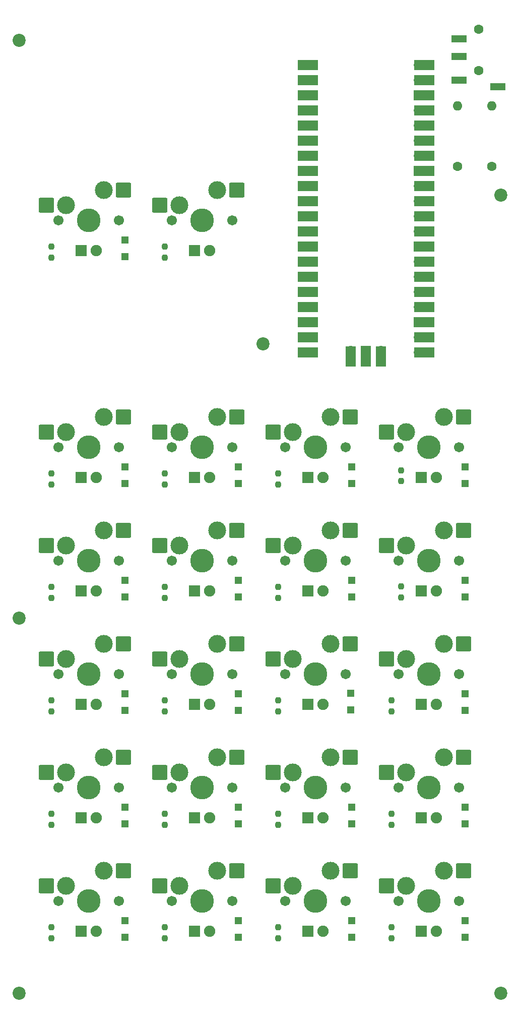
<source format=gbs>
%TF.GenerationSoftware,KiCad,Pcbnew,8.0.3*%
%TF.CreationDate,2024-07-24T12:49:44+02:00*%
%TF.ProjectId,programmable,70726f67-7261-46d6-9d61-626c652e6b69,rev?*%
%TF.SameCoordinates,Original*%
%TF.FileFunction,Soldermask,Bot*%
%TF.FilePolarity,Negative*%
%FSLAX46Y46*%
G04 Gerber Fmt 4.6, Leading zero omitted, Abs format (unit mm)*
G04 Created by KiCad (PCBNEW 8.0.3) date 2024-07-24 12:49:44*
%MOMM*%
%LPD*%
G01*
G04 APERTURE LIST*
G04 Aperture macros list*
%AMRoundRect*
0 Rectangle with rounded corners*
0 $1 Rounding radius*
0 $2 $3 $4 $5 $6 $7 $8 $9 X,Y pos of 4 corners*
0 Add a 4 corners polygon primitive as box body*
4,1,4,$2,$3,$4,$5,$6,$7,$8,$9,$2,$3,0*
0 Add four circle primitives for the rounded corners*
1,1,$1+$1,$2,$3*
1,1,$1+$1,$4,$5*
1,1,$1+$1,$6,$7*
1,1,$1+$1,$8,$9*
0 Add four rect primitives between the rounded corners*
20,1,$1+$1,$2,$3,$4,$5,0*
20,1,$1+$1,$4,$5,$6,$7,0*
20,1,$1+$1,$6,$7,$8,$9,0*
20,1,$1+$1,$8,$9,$2,$3,0*%
G04 Aperture macros list end*
%ADD10C,2.200000*%
%ADD11R,1.905000X1.905000*%
%ADD12C,1.905000*%
%ADD13C,1.701800*%
%ADD14C,3.000000*%
%ADD15C,3.987800*%
%ADD16RoundRect,0.200000X-1.075000X-1.050000X1.075000X-1.050000X1.075000X1.050000X-1.075000X1.050000X0*%
%ADD17R,1.200000X1.200000*%
%ADD18RoundRect,0.237500X-0.237500X0.250000X-0.237500X-0.250000X0.237500X-0.250000X0.237500X0.250000X0*%
%ADD19C,1.600000*%
%ADD20O,1.600000X1.600000*%
%ADD21R,2.500000X1.200000*%
%ADD22O,1.700000X1.700000*%
%ADD23R,3.500000X1.700000*%
%ADD24R,1.700000X1.700000*%
%ADD25R,1.700000X3.500000*%
G04 APERTURE END LIST*
D10*
%TO.C,REF\u002A\u002A*%
X88327500Y-85254600D03*
%TD*%
%TO.C,REF\u002A\u002A*%
X47327500Y-131254600D03*
%TD*%
%TO.C,REF\u002A\u002A*%
X128327500Y-194254600D03*
%TD*%
%TO.C,REF\u002A\u002A*%
X47327500Y-194254600D03*
%TD*%
%TO.C,REF\u002A\u002A*%
X128327500Y-60254600D03*
%TD*%
%TO.C,REF\u002A\u002A*%
X47327500Y-34254600D03*
%TD*%
D11*
%TO.C,LED20*%
X95882500Y-164809600D03*
D12*
X98422500Y-164809600D03*
%TD*%
D13*
%TO.C,S16*%
X111122500Y-140679600D03*
D14*
X112392500Y-138139600D03*
D15*
X116202500Y-140679600D03*
D14*
X118742500Y-135599600D03*
D13*
X121282500Y-140679600D03*
D16*
X109117500Y-138139600D03*
X122044500Y-135599600D03*
%TD*%
D11*
%TO.C,LED1*%
X57782500Y-183859600D03*
D12*
X60322500Y-183859600D03*
%TD*%
D11*
%TO.C,LED22*%
X76832500Y-69559600D03*
D12*
X79372500Y-69559600D03*
%TD*%
D13*
%TO.C,S6*%
X111122500Y-102579600D03*
D14*
X112392500Y-100039600D03*
D15*
X116202500Y-102579600D03*
D14*
X118742500Y-97499600D03*
D13*
X121282500Y-102579600D03*
D16*
X109117500Y-100039600D03*
X122044500Y-97499600D03*
%TD*%
D11*
%TO.C,LED18*%
X57782500Y-164809600D03*
D12*
X60322500Y-164809600D03*
%TD*%
D13*
%TO.C,S22*%
X111122500Y-178779600D03*
D14*
X112392500Y-176239600D03*
D15*
X116202500Y-178779600D03*
D14*
X118742500Y-173699600D03*
D13*
X121282500Y-178779600D03*
D16*
X109117500Y-176239600D03*
X122044500Y-173699600D03*
%TD*%
D11*
%TO.C,LED13*%
X57782500Y-145759600D03*
D12*
X60322500Y-145759600D03*
%TD*%
D11*
%TO.C,LED21*%
X114932500Y-164809600D03*
D12*
X117472500Y-164809600D03*
%TD*%
D13*
%TO.C,S18*%
X53972500Y-159729600D03*
D14*
X55242500Y-157189600D03*
D15*
X59052500Y-159729600D03*
D14*
X61592500Y-154649600D03*
D13*
X64132500Y-159729600D03*
D16*
X51967500Y-157189600D03*
X64894500Y-154649600D03*
%TD*%
D11*
%TO.C,LED16*%
X114932500Y-145759600D03*
D12*
X117472500Y-145759600D03*
%TD*%
D13*
%TO.C,S17*%
X92072500Y-178779600D03*
D14*
X93342500Y-176239600D03*
D15*
X97152500Y-178779600D03*
D14*
X99692500Y-173699600D03*
D13*
X102232500Y-178779600D03*
D16*
X90067500Y-176239600D03*
X102994500Y-173699600D03*
%TD*%
D11*
%TO.C,LED5*%
X95882500Y-107659600D03*
D12*
X98422500Y-107659600D03*
%TD*%
D13*
%TO.C,S19*%
X73022500Y-159729600D03*
D14*
X74292500Y-157189600D03*
D15*
X78102500Y-159729600D03*
D14*
X80642500Y-154649600D03*
D13*
X83182500Y-159729600D03*
D16*
X71017500Y-157189600D03*
X83944500Y-154649600D03*
%TD*%
D13*
%TO.C,S4*%
X73022500Y-102579600D03*
D14*
X74292500Y-100039600D03*
D15*
X78102500Y-102579600D03*
D14*
X80642500Y-97499600D03*
D13*
X83182500Y-102579600D03*
D16*
X71017500Y-100039600D03*
X83944500Y-97499600D03*
%TD*%
D13*
%TO.C,S21*%
X111122500Y-159729600D03*
D14*
X112392500Y-157189600D03*
D15*
X116202500Y-159729600D03*
D14*
X118742500Y-154649600D03*
D13*
X121282500Y-159729600D03*
D16*
X109117500Y-157189600D03*
X122044500Y-154649600D03*
%TD*%
D13*
%TO.C,S14*%
X73022500Y-140679600D03*
D14*
X74292500Y-138139600D03*
D15*
X78102500Y-140679600D03*
D14*
X80642500Y-135599600D03*
D13*
X83182500Y-140679600D03*
D16*
X71017500Y-138139600D03*
X83944500Y-135599600D03*
%TD*%
D11*
%TO.C,LED11*%
X114932500Y-126709600D03*
D12*
X117472500Y-126709600D03*
%TD*%
D13*
%TO.C,S9*%
X73022500Y-121629600D03*
D14*
X74292500Y-119089600D03*
D15*
X78102500Y-121629600D03*
D14*
X80642500Y-116549600D03*
D13*
X83182500Y-121629600D03*
D16*
X71017500Y-119089600D03*
X83944500Y-116549600D03*
%TD*%
D11*
%TO.C,LED12*%
X95882500Y-183859600D03*
D12*
X98422500Y-183859600D03*
%TD*%
D13*
%TO.C,S3*%
X53972500Y-102579600D03*
D14*
X55242500Y-100039600D03*
D15*
X59052500Y-102579600D03*
D14*
X61592500Y-97499600D03*
D13*
X64132500Y-102579600D03*
D16*
X51967500Y-100039600D03*
X64894500Y-97499600D03*
%TD*%
D11*
%TO.C,LED19*%
X76832500Y-164809600D03*
D12*
X79372500Y-164809600D03*
%TD*%
D11*
%TO.C,LED2*%
X57782500Y-69559600D03*
D12*
X60322500Y-69559600D03*
%TD*%
D11*
%TO.C,LED10*%
X95882500Y-126709600D03*
D12*
X98422500Y-126709600D03*
%TD*%
D11*
%TO.C,LED8*%
X57782500Y-126709600D03*
D12*
X60322500Y-126709600D03*
%TD*%
D13*
%TO.C,S1*%
X53972500Y-64479600D03*
D14*
X55242500Y-61939600D03*
D15*
X59052500Y-64479600D03*
D14*
X61592500Y-59399600D03*
D13*
X64132500Y-64479600D03*
D16*
X51967500Y-61939600D03*
X64894500Y-59399600D03*
%TD*%
D11*
%TO.C,LED3*%
X114932500Y-107659600D03*
D12*
X117472500Y-107659600D03*
%TD*%
D13*
%TO.C,S8*%
X53972500Y-121629600D03*
D14*
X55242500Y-119089600D03*
D15*
X59052500Y-121629600D03*
D14*
X61592500Y-116549600D03*
D13*
X64132500Y-121629600D03*
D16*
X51967500Y-119089600D03*
X64894500Y-116549600D03*
%TD*%
D11*
%TO.C,LED9*%
X76832500Y-126709600D03*
D12*
X79372500Y-126709600D03*
%TD*%
D11*
%TO.C,LED6*%
X76832500Y-107659600D03*
D12*
X79372500Y-107659600D03*
%TD*%
D13*
%TO.C,S5*%
X92072500Y-102579600D03*
D14*
X93342500Y-100039600D03*
D15*
X97152500Y-102579600D03*
D14*
X99692500Y-97499600D03*
D13*
X102232500Y-102579600D03*
D16*
X90067500Y-100039600D03*
X102994500Y-97499600D03*
%TD*%
D13*
%TO.C,S11*%
X111122500Y-121629600D03*
D14*
X112392500Y-119089600D03*
D15*
X116202500Y-121629600D03*
D14*
X118742500Y-116549600D03*
D13*
X121282500Y-121629600D03*
D16*
X109117500Y-119089600D03*
X122044500Y-116549600D03*
%TD*%
D11*
%TO.C,LED15*%
X95882500Y-145759600D03*
D12*
X98422500Y-145759600D03*
%TD*%
D13*
%TO.C,S15*%
X92072500Y-140679600D03*
D14*
X93342500Y-138139600D03*
D15*
X97152500Y-140679600D03*
D14*
X99692500Y-135599600D03*
D13*
X102232500Y-140679600D03*
D16*
X90067500Y-138139600D03*
X102994500Y-135599600D03*
%TD*%
D11*
%TO.C,LED14*%
X76832500Y-145759600D03*
D12*
X79372500Y-145759600D03*
%TD*%
D13*
%TO.C,S2*%
X73022500Y-64479600D03*
D14*
X74292500Y-61939600D03*
D15*
X78102500Y-64479600D03*
D14*
X80642500Y-59399600D03*
D13*
X83182500Y-64479600D03*
D16*
X71017500Y-61939600D03*
X83944500Y-59399600D03*
%TD*%
D13*
%TO.C,S10*%
X92072500Y-121629600D03*
D14*
X93342500Y-119089600D03*
D15*
X97152500Y-121629600D03*
D14*
X99692500Y-116549600D03*
D13*
X102232500Y-121629600D03*
D16*
X90067500Y-119089600D03*
X102994500Y-116549600D03*
%TD*%
D13*
%TO.C,S13*%
X53972500Y-140679600D03*
D14*
X55242500Y-138139600D03*
D15*
X59052500Y-140679600D03*
D14*
X61592500Y-135599600D03*
D13*
X64132500Y-140679600D03*
D16*
X51967500Y-138139600D03*
X64894500Y-135599600D03*
%TD*%
D13*
%TO.C,S12*%
X73022500Y-178779600D03*
D14*
X74292500Y-176239600D03*
D15*
X78102500Y-178779600D03*
D14*
X80642500Y-173699600D03*
D13*
X83182500Y-178779600D03*
D16*
X71017500Y-176239600D03*
X83944500Y-173699600D03*
%TD*%
D11*
%TO.C,LED7*%
X57782500Y-107659600D03*
D12*
X60322500Y-107659600D03*
%TD*%
D13*
%TO.C,S7*%
X53972500Y-178779600D03*
D14*
X55242500Y-176239600D03*
D15*
X59052500Y-178779600D03*
D14*
X61592500Y-173699600D03*
D13*
X64132500Y-178779600D03*
D16*
X51967500Y-176239600D03*
X64894500Y-173699600D03*
%TD*%
D11*
%TO.C,LED17*%
X114932500Y-183859600D03*
D12*
X117472500Y-183859600D03*
%TD*%
D11*
%TO.C,LED4*%
X76832500Y-183859600D03*
D12*
X79372500Y-183859600D03*
%TD*%
D13*
%TO.C,S20*%
X92072500Y-159729600D03*
D14*
X93342500Y-157189600D03*
D15*
X97152500Y-159729600D03*
D14*
X99692500Y-154649600D03*
D13*
X102232500Y-159729600D03*
D16*
X90067500Y-157189600D03*
X102994500Y-154649600D03*
%TD*%
D17*
%TO.C,D21*%
X122252500Y-165869600D03*
X122252500Y-163069600D03*
%TD*%
D18*
%TO.C,R5*%
X90882500Y-107017100D03*
X90882500Y-108842100D03*
%TD*%
%TO.C,R13*%
X52782500Y-145117100D03*
X52782500Y-146942100D03*
%TD*%
D17*
%TO.C,D19*%
X84152500Y-165869600D03*
X84152500Y-163069600D03*
%TD*%
%TO.C,D3*%
X65102500Y-108719600D03*
X65102500Y-105919600D03*
%TD*%
%TO.C,D16*%
X122252500Y-146819600D03*
X122252500Y-144019600D03*
%TD*%
%TO.C,D6*%
X122252500Y-108719600D03*
X122252500Y-105919600D03*
%TD*%
D18*
%TO.C,R22*%
X71832500Y-68917100D03*
X71832500Y-70742100D03*
%TD*%
%TO.C,R11*%
X111552500Y-125954600D03*
X111552500Y-127779600D03*
%TD*%
%TO.C,R15*%
X90882500Y-145117100D03*
X90882500Y-146942100D03*
%TD*%
D17*
%TO.C,D12*%
X103202500Y-184919600D03*
X103202500Y-182119600D03*
%TD*%
%TO.C,D11*%
X122252500Y-127769600D03*
X122252500Y-124969600D03*
%TD*%
D19*
%TO.C,R23*%
X121017500Y-55444600D03*
D20*
X121017500Y-45284600D03*
%TD*%
D17*
%TO.C,D14*%
X84152500Y-146819600D03*
X84152500Y-144019600D03*
%TD*%
D19*
%TO.C,J1*%
X124547500Y-32374600D03*
X124547500Y-39374600D03*
D21*
X121297500Y-36974600D03*
X121297500Y-40974600D03*
X121297500Y-33974600D03*
X127797500Y-42074600D03*
%TD*%
D18*
%TO.C,R20*%
X90882500Y-164167100D03*
X90882500Y-165992100D03*
%TD*%
D17*
%TO.C,D13*%
X65102500Y-146819600D03*
X65102500Y-144019600D03*
%TD*%
D18*
%TO.C,R19*%
X71832500Y-164167100D03*
X71832500Y-165992100D03*
%TD*%
%TO.C,R3*%
X111552500Y-106454600D03*
X111552500Y-108279600D03*
%TD*%
%TO.C,R2*%
X52782500Y-68917100D03*
X52782500Y-70742100D03*
%TD*%
D17*
%TO.C,D10*%
X103202500Y-127769600D03*
X103202500Y-124969600D03*
%TD*%
D18*
%TO.C,R18*%
X52782500Y-164167100D03*
X52782500Y-165992100D03*
%TD*%
%TO.C,R8*%
X52782500Y-126067100D03*
X52782500Y-127892100D03*
%TD*%
%TO.C,R6*%
X71832500Y-107017100D03*
X71832500Y-108842100D03*
%TD*%
D17*
%TO.C,D20*%
X103202500Y-165869600D03*
X103202500Y-163069600D03*
%TD*%
%TO.C,D15*%
X103052500Y-146679600D03*
X103052500Y-143879600D03*
%TD*%
D18*
%TO.C,R9*%
X71832500Y-126067100D03*
X71832500Y-127892100D03*
%TD*%
%TO.C,R1*%
X52782500Y-183217100D03*
X52782500Y-185042100D03*
%TD*%
%TO.C,R17*%
X109932500Y-183217100D03*
X109932500Y-185042100D03*
%TD*%
D17*
%TO.C,D9*%
X84152500Y-127769600D03*
X84152500Y-124969600D03*
%TD*%
%TO.C,D7*%
X84152500Y-184919600D03*
X84152500Y-182119600D03*
%TD*%
D18*
%TO.C,R4*%
X71832500Y-183217100D03*
X71832500Y-185042100D03*
%TD*%
D17*
%TO.C,D2*%
X65102500Y-184919600D03*
X65102500Y-182119600D03*
%TD*%
%TO.C,D5*%
X103202500Y-108719600D03*
X103202500Y-105919600D03*
%TD*%
D18*
%TO.C,R21*%
X109932500Y-164167100D03*
X109932500Y-165992100D03*
%TD*%
%TO.C,R16*%
X109932500Y-145117100D03*
X109932500Y-146942100D03*
%TD*%
D17*
%TO.C,D17*%
X122252500Y-184919600D03*
X122252500Y-182119600D03*
%TD*%
D18*
%TO.C,R14*%
X71832500Y-145117100D03*
X71832500Y-146942100D03*
%TD*%
D17*
%TO.C,D1*%
X65102500Y-70619600D03*
X65102500Y-67819600D03*
%TD*%
D18*
%TO.C,R7*%
X52782500Y-107017100D03*
X52782500Y-108842100D03*
%TD*%
D17*
%TO.C,D4*%
X84152500Y-108719600D03*
X84152500Y-105919600D03*
%TD*%
%TO.C,D8*%
X65102500Y-127769600D03*
X65102500Y-124969600D03*
%TD*%
D22*
%TO.C,U1*%
X114517500Y-38424600D03*
D23*
X115417500Y-38424600D03*
D22*
X114517500Y-40964600D03*
D23*
X115417500Y-40964600D03*
D24*
X114517500Y-43504600D03*
D23*
X115417500Y-43504600D03*
D22*
X114517500Y-46044600D03*
D23*
X115417500Y-46044600D03*
D22*
X114517500Y-48584600D03*
D23*
X115417500Y-48584600D03*
D22*
X114517500Y-51124600D03*
D23*
X115417500Y-51124600D03*
D22*
X114517500Y-53664600D03*
D23*
X115417500Y-53664600D03*
D24*
X114517500Y-56204600D03*
D23*
X115417500Y-56204600D03*
D22*
X114517500Y-58744600D03*
D23*
X115417500Y-58744600D03*
D22*
X114517500Y-61284600D03*
D23*
X115417500Y-61284600D03*
D22*
X114517500Y-63824600D03*
D23*
X115417500Y-63824600D03*
D22*
X114517500Y-66364600D03*
D23*
X115417500Y-66364600D03*
D24*
X114517500Y-68904600D03*
D23*
X115417500Y-68904600D03*
D22*
X114517500Y-71444600D03*
D23*
X115417500Y-71444600D03*
D22*
X114517500Y-73984600D03*
D23*
X115417500Y-73984600D03*
D22*
X114517500Y-76524600D03*
D23*
X115417500Y-76524600D03*
D22*
X114517500Y-79064600D03*
D23*
X115417500Y-79064600D03*
D24*
X114517500Y-81604600D03*
D23*
X115417500Y-81604600D03*
D22*
X114517500Y-84144600D03*
D23*
X115417500Y-84144600D03*
D22*
X114517500Y-86684600D03*
D23*
X115417500Y-86684600D03*
D22*
X96737500Y-86684600D03*
D23*
X95837500Y-86684600D03*
D22*
X96737500Y-84144600D03*
D23*
X95837500Y-84144600D03*
D24*
X96737500Y-81604600D03*
D23*
X95837500Y-81604600D03*
D22*
X96737500Y-79064600D03*
D23*
X95837500Y-79064600D03*
D22*
X96737500Y-76524600D03*
D23*
X95837500Y-76524600D03*
D22*
X96737500Y-73984600D03*
D23*
X95837500Y-73984600D03*
D22*
X96737500Y-71444600D03*
D23*
X95837500Y-71444600D03*
D24*
X96737500Y-68904600D03*
D23*
X95837500Y-68904600D03*
D22*
X96737500Y-66364600D03*
D23*
X95837500Y-66364600D03*
D22*
X96737500Y-63824600D03*
D23*
X95837500Y-63824600D03*
D22*
X96737500Y-61284600D03*
D23*
X95837500Y-61284600D03*
D22*
X96737500Y-58744600D03*
D23*
X95837500Y-58744600D03*
D24*
X96737500Y-56204600D03*
D23*
X95837500Y-56204600D03*
D22*
X96737500Y-53664600D03*
D23*
X95837500Y-53664600D03*
D22*
X96737500Y-51124600D03*
D23*
X95837500Y-51124600D03*
D22*
X96737500Y-48584600D03*
D23*
X95837500Y-48584600D03*
D22*
X96737500Y-46044600D03*
D23*
X95837500Y-46044600D03*
D24*
X96737500Y-43504600D03*
D23*
X95837500Y-43504600D03*
D22*
X96737500Y-40964600D03*
D23*
X95837500Y-40964600D03*
D22*
X96737500Y-38424600D03*
D23*
X95837500Y-38424600D03*
D22*
X108167500Y-86454600D03*
D25*
X108167500Y-87354600D03*
D24*
X105627500Y-86454600D03*
D25*
X105627500Y-87354600D03*
D22*
X103087500Y-86454600D03*
D25*
X103087500Y-87354600D03*
%TD*%
D19*
%TO.C,R24*%
X126777500Y-55444600D03*
D20*
X126777500Y-45284600D03*
%TD*%
D17*
%TO.C,D18*%
X65102500Y-165869600D03*
X65102500Y-163069600D03*
%TD*%
D18*
%TO.C,R10*%
X90882500Y-126067100D03*
X90882500Y-127892100D03*
%TD*%
%TO.C,R12*%
X90882500Y-183217100D03*
X90882500Y-185042100D03*
%TD*%
M02*

</source>
